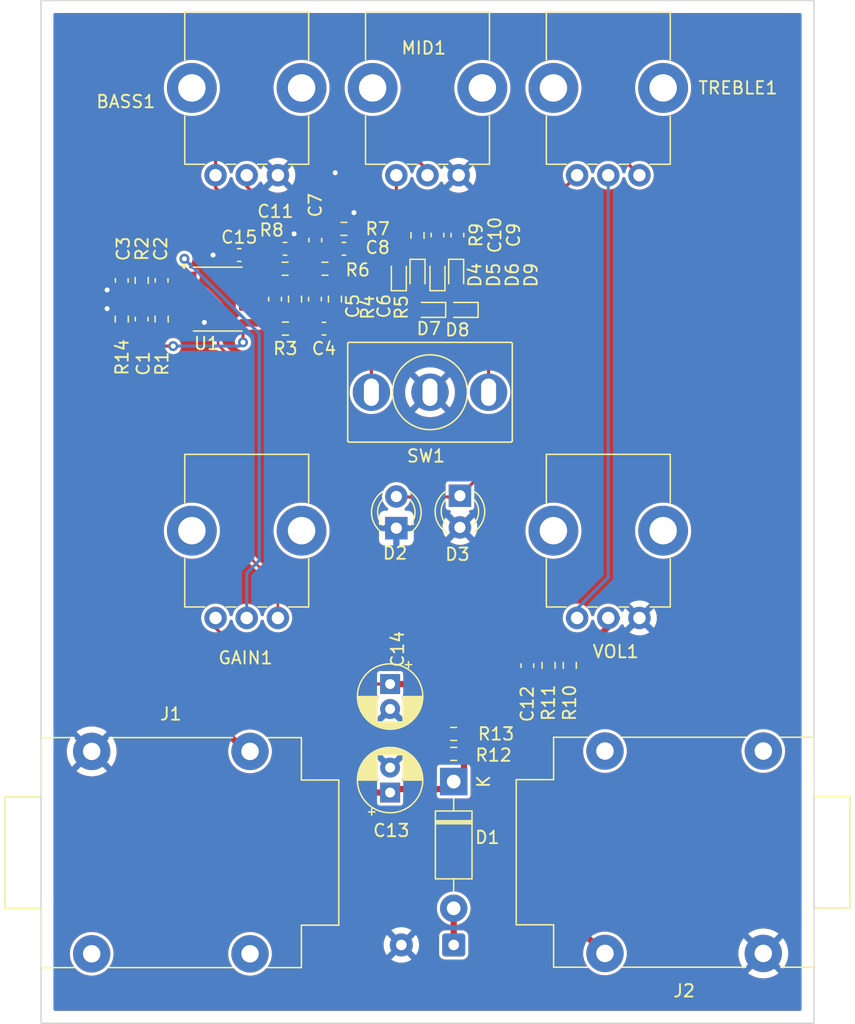
<source format=kicad_pcb>
(kicad_pcb (version 20240108) (generator "pcbnew") (generator_version "8.0")
  (layers (0 "F.Cu" signal) (31 "B.Cu" signal) (34 "B.Paste" user) (35 "F.Paste" user) (36 "B.SilkS" user "B.Silkscreen") (37 "F.SilkS" user "F.Silkscreen") (38 "B.Mask" user) (39 "F.Mask" user) (44 "Edge.Cuts" user))
  (net 0 "")
  (net 1 "Net-(BASS1-Pad2)")
  (net 2 "Net-(BASS1-Pad3)")
  (net 3 "Net-(C4-Pad2)")
  (net 4 "/OP2Out")
  (net 5 "VCC")
  (net 6 "/IN")
  (net 7 "Net-(C3-Pad2)")
  (net 8 "Net-(C10-Pad1)")
  (net 9 "Net-(C4-Pad1)")
  (net 10 "GND")
  (net 11 "Net-(C6-Pad2)")
  (net 12 "Net-(C7-Pad2)")
  (net 13 "Net-(C8-Pad1)")
  (net 14 "Net-(C10-Pad2)")
  (net 15 "VDD")
  (net 16 "/OUT")
  (net 17 "Net-(MID1-Pad3)")
  (net 18 "Net-(R10-Pad2)")
  (net 19 "Net-(TREBLE1-Pad2)")
  (net 20 "/OP1+")
  (net 21 "/OP1Out")
  (net 22 "/OP1-")
  (net 23 "/OP2-")
  (net 24 "+9V")
  (net 25 "/DIST")
  (net 26 "Net-(D4-K)")
  (net 27 "Net-(D6-K)")
  (net 28 "Net-(D7-K)")
  (net 29 "Net-(D8-K)")
  (footprint "Diode_SMD:D_SOD-523" (layer "F.Cu") (at 43.7 37 90)
    (property "Reference" "D4" (at 0 6.1 -90) (layer "F.SilkS"))
    (property "Value" "1N914WT")
    (pad "1" smd roundrect (at -0.7 0 270) (size 0.6 0.7) (layers "F.Cu" "F.Paste" "F.Mask") (net 26 "Net-(D4-K)"))
    (pad "2" smd roundrect (at 0.7 0 270) (size 0.6 0.7) (layers "F.Cu" "F.Paste" "F.Mask") (net 25 "/DIST"))
  )
  (footprint "Resistor_SMD:R_0603_1608Metric" (layer "F.Cu") (at 39.3 33.3)
    (property "Reference" "R7" (at 2.7 0 0) (layer "F.SilkS"))
    (property "Value" "680")
    (pad "1" smd roundrect (at -0.825 0) (size 0.8 0.95) (layers "F.Cu" "F.Paste" "F.Mask") (net 1 "Net-(BASS1-Pad2)"))
    (pad "2" smd roundrect (at 0.825 0) (size 0.8 0.95) (layers "F.Cu" "F.Paste" "F.Mask") (net 10 "GND"))
  )
  (footprint "Diode_THT:D_DO-41_SOD81_P10.16mm_Horizontal" (layer "F.Cu") (at 48.1 77.62 -90)
    (property "Reference" "D1" (at 4.48 -2.7 180) (layer "F.SilkS"))
    (property "Value" "1N5817")
    (fp_text user "K" (at 0 -2.4 90) (layer "F.SilkS"))
    (pad "1" thru_hole rect (at 0 0 270) (size 2.2 2.2) (drill 1.1) (layers "*.Cu" "*.Mask") (net 5 "VCC"))
    (pad "2" thru_hole oval (at 10.16 0 270) (size 2.2 2.2) (drill 1.1) (layers "*.Cu" "*.Mask") (net 24 "+9V"))
  )
  (footprint "Capacitor_SMD:C_0603_1608Metric" (layer "F.Cu") (at 46.8 33.8 90)
    (property "Reference" "C10" (at 0 4.6 -90) (layer "F.SilkS"))
    (property "Value" "10n")
    (pad "1" smd roundrect (at -0.775 0 90) (size 0.9 0.95) (layers "F.Cu" "F.Paste" "F.Mask") (net 8 "Net-(C10-Pad1)"))
    (pad "2" smd roundrect (at 0.775 0 90) (size 0.9 0.95) (layers "F.Cu" "F.Paste" "F.Mask") (net 14 "Net-(C10-Pad2)"))
  )
  (footprint "Potentiometer_THT:Potentiometer_Bourns_PTV09A-1_Single_Vertical" (layer "F.Cu") (at 48.5 29 90)
    (property "Reference" "MID1" (at 10.2 -2.8 0) (layer "F.SilkS"))
    (property "Value" "A10k")
    (pad "" np_thru_hole circle (at 7 -6.9 90) (size 4 4) (drill 2.2) (layers "F&B.Cu" "*.Mask"))
    (pad "" np_thru_hole circle (at 7 1.9 90) (size 4 4) (drill 2.2) (layers "F&B.Cu" "*.Mask"))
    (pad "1" thru_hole circle (at 0 0 90) (size 1.8 1.8) (drill 1) (layers "*.Cu" "*.Mask") (net 10 "GND"))
    (pad "2" thru_hole circle (at 0 -2.5 90) (size 1.8 1.8) (drill 1) (layers "*.Cu" "*.Mask") (net 13 "Net-(C8-Pad1)"))
    (pad "3" thru_hole circle (at 0 -5 90) (size 1.8 1.8) (drill 1) (layers "*.Cu" "*.Mask") (net 17 "Net-(MID1-Pad3)"))
  )
  (footprint "Capacitor_SMD:C_0603_1608Metric" (layer "F.Cu") (at 21.475 37.435 90)
    (property "Reference" "C3" (at 2.535 0.125 -90) (layer "F.SilkS") (effects (font (thickness 0.15) (bold yes))))
    (property "Value" "100n")
    (pad "1" smd roundrect (at -0.775 0 90) (size 0.9 0.95) (layers "F.Cu" "F.Paste" "F.Mask") (net 10 "GND"))
    (pad "2" smd roundrect (at 0.775 0 90) (size 0.9 0.95) (layers "F.Cu" "F.Paste" "F.Mask") (net 7 "Net-(C3-Pad2)"))
  )
  (footprint "Capacitor_SMD:C_0603_1608Metric" (layer "F.Cu") (at 39.3 34.9 180)
    (property "Reference" "C8" (at -2.7 0.1 180) (layer "F.SilkS"))
    (property "Value" "220n")
    (pad "1" smd roundrect (at -0.775 0 180) (size 0.9 0.95) (layers "F.Cu" "F.Paste" "F.Mask") (net 13 "Net-(C8-Pad1)"))
    (pad "2" smd roundrect (at 0.775 0 180) (size 0.9 0.95) (layers "F.Cu" "F.Paste" "F.Mask") (net 12 "Net-(C7-Pad2)"))
  )
  (footprint "Potentiometer_THT:Potentiometer_Bourns_PTV09A-1_Single_Vertical" (layer "F.Cu") (at 34 64.5 90)
    (property "Reference" "GAIN1" (at -3.2 -2.6 0) (layer "F.SilkS"))
    (property "Value" "B100k")
    (pad "" np_thru_hole circle (at 7 -6.9 90) (size 4 4) (drill 2.2) (layers "F&B.Cu" "*.Mask"))
    (pad "" np_thru_hole circle (at 7 1.9 90) (size 4 4) (drill 2.2) (layers "F&B.Cu" "*.Mask"))
    (pad "1" thru_hole circle (at 0 0 90) (size 1.8 1.8) (drill 1) (layers "*.Cu" "*.Mask") (net 22 "/OP1-"))
    (pad "2" thru_hole circle (at 0 -2.5 90) (size 1.8 1.8) (drill 1) (layers "*.Cu" "*.Mask") (net 21 "/OP1Out"))
    (pad "3" thru_hole circle (at 0 -5 90) (size 1.8 1.8) (drill 1) (layers "*.Cu" "*.Mask") (net 3 "Net-(C4-Pad2)"))
  )
  (footprint "Capacitor_SMD:C_0603_1608Metric" (layer "F.Cu") (at 37 34.2 -90)
    (property "Reference" "C7" (at -2.8 0 90) (layer "F.SilkS"))
    (property "Value" "100n")
    (pad "1" smd roundrect (at -0.775 0 270) (size 0.9 0.95) (layers "F.Cu" "F.Paste" "F.Mask") (net 1 "Net-(BASS1-Pad2)"))
    (pad "2" smd roundrect (at 0.775 0 270) (size 0.9 0.95) (layers "F.Cu" "F.Paste" "F.Mask") (net 12 "Net-(C7-Pad2)"))
  )
  (footprint "LED_THT:LED_D3.0mm" (layer "F.Cu") (at 43.5 57.3 90)
    (property "Reference" "D2" (at -2 -0.1 0) (layer "F.SilkS"))
    (property "Value" "LED_3mm")
    (pad "1" thru_hole rect (at 0 0 90) (size 1.8 1.8) (drill 0.9) (layers "*.Cu" "*.Mask") (net 10 "GND"))
    (pad "2" thru_hole circle (at 2.54 0 90) (size 1.8 1.8) (drill 0.9) (layers "*.Cu" "*.Mask") (net 25 "/DIST"))
  )
  (footprint "Capacitor_SMD:C_0603_1608Metric" (layer "F.Cu") (at 30.9 35.4)
    (property "Reference" "C15" (at 0 -1.43 0) (layer "F.SilkS"))
    (property "Value" "100n")
    (pad "1" smd roundrect (at -0.775 0) (size 0.9 0.95) (layers "F.Cu" "F.Paste" "F.Mask") (net 10 "GND"))
    (pad "2" smd roundrect (at 0.775 0) (size 0.9 0.95) (layers "F.Cu" "F.Paste" "F.Mask") (net 5 "VCC"))
  )
  (footprint "Resistor_SMD:R_0603_1608Metric" (layer "F.Cu") (at 38.575 38.935 -90)
    (property "Reference" "R5" (at 0.665 -5.325 90) (layer "F.SilkS"))
    (property "Value" "1k")
    (pad "1" smd roundrect (at -0.825 0 270) (size 0.8 0.95) (layers "F.Cu" "F.Paste" "F.Mask") (net 25 "/DIST"))
    (pad "2" smd roundrect (at 0.825 0 270) (size 0.8 0.95) (layers "F.Cu" "F.Paste" "F.Mask") (net 11 "Net-(C6-Pad2)"))
  )
  (footprint "Capacitor_THT:CP_Radial_D5.0mm_P2.00mm" (layer "F.Cu") (at 43 69.8 -90)
    (property "Reference" "C14" (at -2.8 -0.6 90) (layer "F.SilkS") (effects (font (thickness 0.15) (bold yes))))
    (property "Value" "10u")
    (pad "1" thru_hole rect (at 0 0 270) (size 1.6 1.6) (drill 0.8) (layers "*.Cu" "*.Mask") (net 15 "VDD"))
    (pad "2" thru_hole circle (at 2 0 270) (size 1.6 1.6) (drill 0.8) (layers "*.Cu" "*.Mask") (net 10 "GND"))
  )
  (footprint "Potentiometer_THT:Potentiometer_Bourns_PTV09A-1_Single_Vertical" (layer "F.Cu") (at 34 29 90)
    (property "Reference" "BASS1" (at 5.9 -12.2 0) (layer "F.SilkS"))
    (property "Value" "A10k")
    (pad "" np_thru_hole circle (at 7 -6.9 90) (size 4 4) (drill 2.2) (layers "F&B.Cu" "*.Mask"))
    (pad "" np_thru_hole circle (at 7 1.9 90) (size 4 4) (drill 2.2) (layers "F&B.Cu" "*.Mask"))
    (pad "1" thru_hole circle (at 0 0 90) (size 1.8 1.8) (drill 1) (layers "*.Cu" "*.Mask") (net 10 "GND"))
    (pad "2" thru_hole circle (at 0 -2.5 90) (size 1.8 1.8) (drill 1) (layers "*.Cu" "*.Mask") (net 1 "Net-(BASS1-Pad2)"))
    (pad "3" thru_hole circle (at 0 -5 90) (size 1.8 1.8) (drill 1) (layers "*.Cu" "*.Mask") (net 2 "Net-(BASS1-Pad3)"))
  )
  (footprint "Resistor_SMD:R_0603_1608Metric" (layer "F.Cu") (at 48.1 75.4)
    (property "Reference" "R12" (at 3.2 0.1 0) (layer "F.SilkS"))
    (property "Value" "47k")
    (pad "1" smd roundrect (at -0.825 0) (size 0.8 0.95) (layers "F.Cu" "F.Paste" "F.Mask") (net 15 "VDD"))
    (pad "2" smd roundrect (at 0.825 0) (size 0.8 0.95) (layers "F.Cu" "F.Paste" "F.Mask") (net 5 "VCC"))
  )
  (footprint "LED_THT:LED_D3.0mm" (layer "F.Cu") (at 48.6 54.7 -90)
    (property "Reference" "D3" (at 4.7 0.2 180) (layer "F.SilkS"))
    (property "Value" "LED_3mm")
    (pad "1" thru_hole rect (at 0 0 270) (size 1.8 1.8) (drill 0.9) (layers "*.Cu" "*.Mask") (net 25 "/DIST"))
    (pad "2" thru_hole circle (at 2.54 0 270) (size 1.8 1.8) (drill 0.9) (layers "*.Cu" "*.Mask") (net 10 "GND"))
  )
  (footprint "Capacitor_SMD:C_0603_1608Metric" (layer "F.Cu") (at 24.675 37.435 90)
    (property "Reference" "C2" (at 2.535 -0.075 -90) (layer "F.SilkS") (effects (font (thickness 0.15) (bold yes))))
    (property "Value" "100p")
    (pad "1" smd roundrect (at -0.775 0 90) (size 0.9 0.95) (layers "F.Cu" "F.Paste" "F.Mask") (net 22 "/OP1-"))
    (pad "2" smd roundrect (at 0.775 0 90) (size 0.9 0.95) (layers "F.Cu" "F.Paste" "F.Mask") (net 21 "/OP1Out"))
  )
  (footprint "Resistor_SMD:R_0603_1608Metric" (layer "F.Cu") (at 45.2 33.825 90)
    (property "Reference" "R9" (at 0.025 4.7 -90) (layer "F.SilkS"))
    (property "Value" "100")
    (pad "1" smd roundrect (at -0.825 0 90) (size 0.8 0.95) (layers "F.Cu" "F.Paste" "F.Mask") (net 8 "Net-(C10-Pad1)"))
    (pad "2" smd roundrect (at 0.825 0 90) (size 0.8 0.95) (layers "F.Cu" "F.Paste" "F.Mask") (net 17 "Net-(MID1-Pad3)"))
  )
  (footprint "Connector_Audio:Jack_6.35mm_Neutrik_NMJ4HCD2_Horizontal" (layer "F.Cu") (at 19.065 75.2)
    (property "Reference" "J1" (at 6.35 -3 0) (layer "F.SilkS"))
    (property "Value" "6.35mm")
    (pad "S" thru_hole circle (at 12.7 0) (size 3 3) (drill 1.4) (layers "*.Cu" "*.Mask") (net 6 "/IN"))
    (pad "SN" thru_hole circle (at 12.7 16.23) (size 3 3) (drill 1.4) (layers "*.Cu" "*.Mask"))
    (pad "T" thru_hole circle (at 0 0) (size 3 3) (drill 1.4) (layers "*.Cu" "*.Mask") (net 10 "GND"))
    (pad "TN" thru_hole circle (at 0 16.23) (size 3 3) (drill 1.4) (layers "*.Cu" "*.Mask"))
  )
  (footprint "Resistor_SMD:R_0603_1608Metric" (layer "F.Cu") (at 24.675 40.535 -90)
    (property "Reference" "R1" (at 3.565 -0.025 90) (layer "F.SilkS"))
    (property "Value" "1M")
    (pad "1" smd roundrect (at -0.825 0 270) (size 0.8 0.95) (layers "F.Cu" "F.Paste" "F.Mask") (net 20 "/OP1+"))
    (pad "2" smd roundrect (at 0.825 0 270) (size 0.8 0.95) (layers "F.Cu" "F.Paste" "F.Mask") (net 15 "VDD"))
  )
  (footprint "PCM_4ms_Switch:Switch_Toggle_SPDT_Mini_SolderLug" (layer "F.Cu") (at 46.2 46.4 90)
    (property "Reference" "SW1" (at -5.7 1.3 0) (layer "F.SilkS") (effects (justify right bottom)))
    (property "Value" "SW_SPDT" (hide yes))
    (pad "1" thru_hole circle (at 0 -4.7 90) (size 3 3) (drill oval 2.2 1.2) (layers "*.Cu" "*.Mask") (net 26 "Net-(D4-K)"))
    (pad "2" thru_hole circle (at 0 0 90) (size 3 3) (drill oval 2.2 1.2) (layers "*.Cu" "*.Mask") (net 10 "GND"))
    (pad "3" thru_hole circle (at 0 4.7 90) (size 3 3) (drill oval 2.2 1.2) (layers "*.Cu" "*.Mask") (net 28 "Net-(D7-K)"))
  )
  (footprint "Potentiometer_THT:Potentiometer_Bourns_PTV09A-1_Single_Vertical" (layer "F.Cu") (at 63 29 90)
    (property "Reference" "TREBLE1" (at 7 7.9 0) (layer "F.SilkS"))
    (property "Value" "B10k")
    (pad "" np_thru_hole circle (at 7 -6.9 90) (size 4 4) (drill 2.2) (layers "F&B.Cu" "*.Mask"))
    (pad "" np_thru_hole circle (at 7 1.9 90) (size 4 4) (drill 2.2) (layers "F&B.Cu" "*.Mask"))
    (pad "1" thru_hole circle (at 0 0 90) (size 1.8 1.8) (drill 1) (layers "*.Cu" "*.Mask") (net 2 "Net-(BASS1-Pad3)"))
    (pad "2" thru_hole circle (at 0 -2.5 90) (size 1.8 1.8) (drill 1) (layers "*.Cu" "*.Mask") (net 19 "Net-(TREBLE1-Pad2)"))
    (pad "3" thru_hole circle (at 0 -5 90) (size 1.8 1.8) (drill 1) (layers "*.Cu" "*.Mask") (net 14 "Net-(C10-Pad2)"))
  )
  (footprint "Capacitor_THT:CP_Radial_D5.0mm_P2.00mm" (layer "F.Cu") (at 43 78.5 90)
    (property "Reference" "C13" (at -3.044888 0.1 0) (layer "F.SilkS"))
    (property "Value" "100u")
    (pad "1" thru_hole rect (at 0 0 90) (size 1.6 1.6) (drill 0.8) (layers "*.Cu" "*.Mask") (net 5 "VCC"))
    (pad "2" thru_hole circle (at 2 0 90) (size 1.6 1.6) (drill 0.8) (layers "*.Cu" "*.Mask") (net 10 "GND"))
  )
  (footprint "Resistor_SMD:R_0603_1608Metric" (layer "F.Cu") (at 57.4125 68.3 90)
    (property "Reference" "R10" (at -3 -0.0125 -90) (layer "F.SilkS"))
    (property "Value" "22k")
    (pad "1" smd roundrect (at -0.825 0 90) (size 0.8 0.95) (layers "F.Cu" "F.Paste" "F.Mask") (net 16 "/OUT"))
    (pad "2" smd roundrect (at 0.825 0 90) (size 0.8 0.95) (layers "F.Cu" "F.Paste" "F.Mask") (net 18 "Net-(R10-Pad2)"))
  )
  (footprint "Diode_SMD:D_SOD-523" (layer "F.Cu") (at 46.2 39.8 180)
    (property "Reference" "D7" (at 0.1 -1.5 180) (layer "F.SilkS"))
    (property "Value" "1N914WT")
    (pad "1" smd roundrect (at -0.7 0) (size 0.6 0.7) (layers "F.Cu" "F.Paste" "F.Mask") (net 28 "Net-(D7-K)"))
    (pad "2" smd roundrect (at 0.7 0) (size 0.6 0.7) (layers "F.Cu" "F.Paste" "F.Mask") (net 27 "Net-(D6-K)"))
  )
  (footprint "Resistor_SMD:R_0603_1608Metric" (layer "F.Cu") (at 23.075 37.435 90)
    (property "Reference" "R2" (at 2.535 0.025 -90) (layer "F.SilkS"))
    (property "Value" "100k")
    (pad "1" smd roundrect (at -0.825 0 90) (size 0.8 0.95) (layers "F.Cu" "F.Paste" "F.Mask") (net 22 "/OP1-"))
    (pad "2" smd roundrect (at 0.825 0 90) (size 0.8 0.95) (layers "F.Cu" "F.Paste" "F.Mask") (net 7 "Net-(C3-Pad2)"))
  )
  (footprint "Resistor_SMD:R_0603_1608Metric" (layer "F.Cu") (at 37.775 36.5 180)
    (property "Reference" "R6" (at -2.625 -0.1 180) (layer "F.SilkS"))
    (property "Value" "1k5")
    (pad "1" smd roundrect (at -0.825 0 180) (size 0.8 0.95) (layers "F.Cu" "F.Paste" "F.Mask") (net 25 "/DIST"))
    (pad "2" smd roundrect (at 0.825 0 180) (size 0.8 0.95) (layers "F.Cu" "F.Paste" "F.Mask") (net 12 "Net-(C7-Pad2)"))
  )
  (footprint "Capacitor_SMD:C_0603_1608Metric" (layer "F.Cu") (at 34.575 34.9 180)
    (property "Reference" "C11" (at 0.775 3 180) (layer "F.SilkS"))
    (property "Value" "68n")
    (pad "1" smd roundrect (at -0.775 0 180) (size 0.9 0.95) (layers "F.Cu" "F.Paste" "F.Mask") (net 10 "GND"))
    (pad "2" smd roundrect (at 0.775 0 180) (size 0.9 0.95) (layers "F.Cu" "F.Paste" "F.Mask") (net 2 "Net-(BASS1-Pad3)"))
  )
  (footprint "Connector_Audio:Jack_6.35mm_Neutrik_NMJ4HCD2_Horizontal" (layer "F.Cu") (at 72.935 91.4 180)
    (property "Reference" "J2" (at 6.35 -3 180) (layer "F.SilkS"))
    (property "Value" "6.35mm")
    (pad "S" thru_hole circle (at 12.7 0 180) (size 3 3) (drill 1.4) (layers "*.Cu" "*.Mask") (net 16 "/OUT"))
    (pad "SN" thru_hole circle (at 12.7 16.23 180) (size 3 3) (drill 1.4) (layers "*.Cu" "*.Mask"))
    (pad "T" thru_hole circle (at 0 0 180) (size 3 3) (drill 1.4) (layers "*.Cu" "*.Mask") (net 10 "GND"))
    (pad "TN" thru_hole circle (at 0 16.23 180) (size 3 3) (drill 1.4) (layers "*.Cu" "*.Mask"))
  )
  (footprint "Diode_SMD:D_SOD-523" (layer "F.Cu") (at 48.3 37 -90)
    (property "Reference" "D9" (at 0 -6 90) (layer "F.SilkS"))
    (property "Value" "1N914WT")
    (pad "1" smd roundrect (at -0.7 0 90) (size 0.6 0.7) (layers "F.Cu" "F.Paste" "F.Mask") (net 25 "/DIST"))
    (pad "2" smd roundrect (at 0.7 0 90) (size 0.6 0.7) (layers "F.Cu" "F.Paste" "F.Mask") (net 29 "Net-(D8-K)"))
  )
  (footprint "Resistor_SMD:R_0603_1608Metric" (layer "F.Cu") (at 48.1 73.8)
    (property "Reference" "R13" (at 3.4 0 0) (layer "F.SilkS"))
    (property "Value" "47k")
    (pad "1" smd roundrect (at -0.825 0) (size 0.8 0.95) (layers "F.Cu" "F.Paste" "F.Mask") (net 15 "VDD"))
    (pad "2" smd roundrect (at 0.825 0) (size 0.8 0.95) (layers "F.Cu" "F.Paste" "F.Mask") (net 10 "GND"))
  )
  (footprint "Resistor_SMD:R_0603_1608Metric" (layer "F.Cu") (at 55.7125 68.3 90)
    (property "Reference" "R11" (at -3 -0.0125 -90) (layer "F.SilkS"))
    (property "Value" "1M")
    (pad "1" smd roundrect (at -0.825 0 90) (size 0.8 0.95) (layers "F.Cu" "F.Paste" "F.Mask") (net 16 "/OUT"))
    (pad "2" smd roundrect (at 0.825 0 90) (size 0.8 0.95) (layers "F.Cu" "F.Paste" "F.Mask") (net 10 "GND"))
  )
  (footprint "Diode_SMD:D_SOD-523" (layer "F.Cu") (at 46.8 37 90)
    (property "Reference" "D6" (at 0 6 -90) (layer "F.SilkS"))
    (property "Value" "1N914WT")
    (pad "1" smd roundrect (at -0.7 0 270) (size 0.6 0.7) (layers "F.Cu" "F.Paste" "F.Mask") (net 27 "Net-(D6-K)"))
    (pad "2" smd roundrect (at 0.7 0 270) (size 0.6 0.7) (layers "F.Cu" "F.Paste" "F.Mask") (net 25 "/DIST"))
  )
  (footprint "Resistor_SMD:R_0603_1608Metric" (layer "F.Cu") (at 34.6 41.3)
    (property "Reference" "R3" (at 0 1.6 0) (layer "F.SilkS"))
    (property "Value" "10k")
    (pad "1" smd roundrect (at -0.825 0) (size 0.8 0.95) (layers "F.Cu" "F.Paste" "F.Mask") (net 23 "/OP2-"))
    (pad "2" smd roundrect (at 0.825 0) (size 0.8 0.95) (layers "F.Cu" "F.Paste" "F.Mask") (net 9 "Net-(C4-Pad1)"))
  )
  (footprint "Capacitor_SMD:C_0603_1608Metric" (layer "F.Cu") (at 37.7 41.3)
    (property "Reference" "C4" (at 0 1.6 0) (layer "F.SilkS"))
    (property "Value" "68n")
    (pad "1" smd roundrect (at -0.775 0) (size 0.9 0.95) (layers "F.Cu" "F.Paste" "F.Mask") (net 9 "Net-(C4-Pad1)"))
    (pad "2" smd roundrect (at 0.775 0) (size 0.9 0.95) (layers "F.Cu" "F.Paste" "F.Mask") (net 3 "Net-(C4-Pad2)"))
  )
  (footprint "Resistor_SMD:R_0603_1608Metric" (layer "F.Cu") (at 34.575 36.5 180)
    (property "Reference" "R8" (at 1.075 3.1 180) (layer "F.SilkS"))
    (property "Value" "680")
    (pad "1" smd roundrect (at -0.825 0 180) (size 0.8 0.95) (layers "F.Cu" "F.Paste" "F.Mask") (net 12 "Net-(C7-Pad2)"))
    (pad "2" smd roundrect (at 0.825 0 180) (size 0.8 0.95) (layers "F.Cu" "F.Paste" "F.Mask") (net 2 "Net-(BASS1-Pad3)"))
  )
  (footprint "Diode_SMD:D_SOD-523" (layer "F.Cu") (at 45.2 37 -90)
    (property "Reference" "D5" (at 0 -6.1 90) (layer "F.SilkS"))
    (property "Value" "1N914WT")
    (pad "1" smd roundrect (at -0.7 0 90) (size 0.6 0.7) (layers "F.Cu" "F.Paste" "F.Mask") (net 25 "/DIST"))
    (pad "2" smd roundrect (at 0.7 0 90) (size 0.6 0.7) (layers "F.Cu" "F.Paste" "F.Mask") (net 26 "Net-(D4-K)"))
  )
  (footprint "Capacitor_SMD:C_0603_1608Metric" (layer "F.Cu") (at 54.0125 68.325 -90)
    (property "Reference" "C12" (at 3.075 0.0125 90) (layer "F.SilkS") (effects (font (thickness 0.15) (bold yes))))
    (property "Value" "47p")
    (pad "1" smd roundrect (at -0.775 0 270) (size 0.9 0.95) (layers "F.Cu" "F.Paste" "F.Mask") (net 10 "GND"))
    (pad "2" smd roundrect (at 0.775 0 270) (size 0.9 0.95) (layers "F.Cu" "F.Paste" "F.Mask") (net 16 "/OUT"))
  )
  (footprint "Resistor_SMD:R_0603_1608Metric" (layer "F.Cu") (at 35.375 38.935 90)
    (property "Reference" "R4" (at -0.665 5.825 -90) (layer "F.SilkS"))
    (property "Value" "680k")
    (pad "1" smd roundrect (at -0.825 0 90) (size 0.8 0.95) (layers "F.Cu" "F.Paste" "F.Mask") (net 23 "/OP2-"))
    (pad "2" smd roundrect (at 0.825 0 90) (size 0.8 0.95) (layers "F.Cu" "F.Paste" "F.Mask") (net 4 "/OP2Out"))
  )
  (footprint "Resistor_SMD:R_0603_1608Metric" (layer "F.Cu") (at 21.475 40.535 -90)
    (property "Reference" "R14" (at 3.065 -0.025 90) (layer "F.SilkS"))
    (property "Value" "2M")
    (pad "1" smd roundrect (at -0.825 0 270) (size 0.8 0.95) (layers "F.Cu" "F.Paste" "F.Mask") (net 10 "GND"))
    (pad "2" smd roundrect (at 0.825 0 270) (size 0.8 0.95) (layers "F.Cu" "F.Paste" "F.Mask") (net 6 "/IN"))
  )
  (footprint "Capacitor_SMD:C_0603_1608Metric" (layer "F.Cu") (at 23.075 40.535 90)
    (property "Reference" "C1" (at -3.565 0.125 -90) (layer "F.SilkS"))
    (property "Value" "10n")
    (pad "1" smd roundrect (at -0.775 0 90) (size 0.9 0.95) (layers "F.Cu" "F.Paste" "F.Mask") (net 6 "/IN"))
    (pad "2" smd roundrect (at 0.775 0 90) (size 0.9 0.95) (layers "F.Cu" "F.Paste" "F.Mask") (net 20 "/OP1+"))
  )
  (footprint "Capacitor_SMD:C_0603_1608Metric" (layer "F.Cu") (at 33.775 38.935 90)
    (property "Reference" "C5" (at -0.565 6.225 -90) (layer "F.SilkS"))
    (property "Value" "220p")
    (pad "1" smd roundrect (at -0.775 0 90) (size 0.9 0.95) (layers "F.Cu" "F.Paste" "F.Mask") (net 23 "/OP2-"))
    (pad "2" smd roundrect (at 0.775 0 90) (size 0.9 0.95) (layers "F.Cu" "F.Paste" "F.Mask") (net 4 "/OP2Out"))
  )
  (footprint "Connector_Wire:SolderWire-0.25sqmm_1x02_P4.2mm_D0.65mm_OD1.7mm" (layer "F.Cu") (at 48.1 90.72 180)
    (property "Reference" "J3" (hide yes))
    (property "Value" "PWR")
    (pad "1" thru_hole roundrect (at 0 0 180) (size 1.85 1.85) (drill 0.85) (layers "*.Cu" "*.Mask") (roundrect_rratio 0.135135) (net 24 "+9V"))
    (pad "2" thru_hole circle (at 4.2 0 180) (size 1.85 1.85) (drill 0.85) (layers "*.Cu" "*.Mask") (net 10 "GND"))
  )
  (footprint "Capacitor_SMD:C_0603_1608Metric" (layer "F.Cu") (at 48.4 33.8 90)
    (property "Reference" "C9" (at 0 4.5 -90) (layer "F.SilkS"))
    (property "Value" "4n7")
    (pad "1" smd roundrect (at -0.775 0 90) (size 0.9 0.95) (layers "F.Cu" "F.Paste" "F.Mask") (net 25 "/DIST"))
    (pad "2" smd roundrect (at 0.775 0 90) (size 0.9 0.95) (layers "F.Cu" "F.Paste" "F.Mask") (net 14 "Net-(C10-Pad2)"))
  )
  (footprint "Diode_SMD:D_SOD-523" (layer "F.Cu") (at 48.8 39.8 180)
    (property "Reference" "D8" (at 0.4 -1.6 180) (layer "F.SilkS"))
    (property "Value" "1N914WT")
    (pad "1" smd roundrect (at -0.7 0) (size 0.6 0.7) (layers "F.Cu" "F.Paste" "F.Mask") (net 29 "Net-(D8-K)"))
    (pad "2" smd roundrect (at 0.7 0) (size 0.6 0.7) (layers "F.Cu" "F.Paste" "F.Mask") (net 28 "Net-(D7-K)"))
  )
  (footprint "Capacitor_SMD:C_0603_1608Metric" (layer "F.Cu") (at 36.975 38.935 -90)
    (property "Reference" "C6" (at 0.565 -5.525 90) (layer "F.SilkS"))
    (property "Value" "220n")
    (pad "1" smd roundrect (at -0.775 0 270) (size 0.9 0.95) (layers "F.Cu" "F.Paste" "F.Mask") (net 4 "/OP2Out"))
    (pad "2" smd roundrect (at 0.775 0 270) (size 0.9 0.95) (layers "F.Cu" "F.Paste" "F.Mask") (net 11 "Net-(C6-Pad2)"))
  )
  (footprint "Potentiometer_THT:Potentiometer_Bourns_PTV09A-1_Single_Vertical" (layer "F.Cu") (at 63 64.5 90)
    (property "Reference" "VOL1" (at -2.7 -1.9 0) (layer "F.SilkS"))
    (property "Value" "B100k")
    (pad "" np_thru_hole circle (at 7 -6.9 90) (size 4 4) (drill 2.2) (layers "F&B.Cu" "*.Mask"))
    (pad "" np_thru_hole circle (at 7 1.9 90) (size 4 4) (drill 2.2) (layers "F&B.Cu" "*.Mask"))
    (pad "1" thru_hole circle (at 0 0 90) (size 1.8 1.8) (drill 1) (layers "*.Cu" "*.Mask") (net 10 "GND"))
    (pad "2" thru_hole circle (at 0 -2.5 90) (size 1.8 1.8) (drill 1) (layers "*.Cu" "*.Mask") (net 18 "Net-(R10-Pad2)"))
    (pad "3" thru_hole circle (at 0 -5 90) (size 1.8 1.8) (drill 1) (layers "*.Cu" "*.Mask") (net 19 "Net-(TREBLE1-Pad2)"))
  )
  (footprint "Package_SO:SO-8_3.9x4.9mm_P1.27mm" (layer "F.Cu") (at 29.175 38.935)
    (property "Reference" "U1" (at -0.9 3.555 0) (layer "F.SilkS"))
    (property "Value" "TL072")
    (pad "1" smd roundrect (at -2.575 -1.905) (size 1.75 0.6) (layers "F.Cu" "F.Paste" "F.Mask") (net 21 "/OP1Out"))
    (pad "2" smd roundrect (at -2.575 -0.635) (size 1.75 0.6) (layers "F.Cu" "F.Paste" "F.Mask") (net 22 "/OP1-"))
    (pad "3" smd roundrect (at -2.575 0.635) (size 1.75 0.6) (layers "F.Cu" "F.Paste" "F.Mask") (net 20 "/OP1+"))
    (pad "4" smd roundrect (at -2.575 1.905) (size 1.75 0.6) (layers "F.Cu" "F.Paste" "F.Mask") (net 10 "GND"))
    (pad "5" smd roundrect (at 2.575 1.905) (size 1.75 0.6) (layers "F.Cu" "F.Paste" "F.Mask") (net 15 "VDD"))
    (pad "6" smd roundrect (at 2.575 0.635) (size 1.75 0.6) (layers "F.Cu" "F.Paste" "F.Mask") (net 23 "/OP2-"))
    (pad "7" smd roundrect (at 2.575 -0.635) (size 1.75 0.6) (layers "F.Cu" "F.Paste" "F.Mask") (net 4 "/OP2Out"))
    (pad "8" smd roundrect (at 2.575 -1.905) (size 1.75 0.6) (layers "F.Cu" "F.Paste" "F.Mask") (net 5 "VCC"))
  )
  (gr_rect (start 15 15) (end 77 97) (stroke (width 0.1)) (fill none) (layer "Edge.Cuts"))
  (segment (start 37.075 33.5) (end 37 33.425) (width 0.25) (layer "F.Cu") (net 1))
  (segment (start 31.5 29) (end 31.5 29.9) (width 0.25) (layer "F.Cu") (net 1))
  (segment (start 38.475 33.5) (end 37.075 33.5) (width 0.25) (layer "F.Cu") (net 1))
  (segment (start 31.5 29.9) (end 33 31.4) (width 0.25) (layer "F.Cu") (net 1))
  (segment (start 37 32.7) (end 37 33.425) (width 0.25) (layer "F.Cu") (net 1))
  (segment (start 33 31.4) (end 35.7 31.4) (width 0.25) (layer "F.Cu") (net 1))
  (segment (start 35.7 31.4) (end 37 32.7) (width 0.25) (layer "F.Cu") (net 1))
  (segment (start 33.75 36.5) (end 33.75 34.95) (width 0.25) (layer "F.Cu") (net 2))
  (segment (start 29 30) (end 33.8 34.8) (width 0.25) (layer "F.Cu") (net 2))
  (segment (start 31.6 25.2) (end 59.2 25.2) (width 0.25) (layer "F.Cu") (net 2))
  (segment (start 29 27.8) (end 31.6 25.2) (width 0.25) (layer "F.Cu") (net 2))
  (segment (start 33.75 34.95) (end 33.8 34.9) (width 0.25) (layer "F.Cu") (net 2))
  (segment (start 29 29) (end 29 30) (width 0.25) (layer "F.Cu") (net 2))
  (segment (start 59.2 25.2) (end 62.8 28.8) (width 0.25) (layer "F.Cu") (net 2))
  (segment (start 33.8 34.8) (end 33.8 34.9) (width 0.25) (layer "F.Cu") (net 2))
  (segment (start 29 29) (end 29 27.8) (width 0.25) (layer "F.Cu") (net 2))
  (segment (start 29 64.5) (end 29 65.3) (width 0.25) (layer "F.Cu") (net 3))
  (segment (start 37 66.8) (end 39.5 64.3) (width 0.25) (layer "F.Cu") (net 3))
  (segment (start 39.5 64.3) (end 39.5 52.896396) (width 0.25) (layer "F.Cu") (net 3))
  (segment (start 39.5 52.896396) (end 38.475 51.871396) (width 0.25) (layer "F.Cu") (net 3))
  (segment (start 30.5 66.8) (end 37 66.8) (width 0.25) (layer "F.Cu") (net 3))
  (segment (start 38.475 51.871396) (end 38.475 41.3) (width 0.25) (layer "F.Cu") (net 3))
  (segment (start 29 65.3) (end 30.5 66.8) (width 0.25) (layer "F.Cu") (net 3))
  (segment (start 36.925 38.11) (end 36.975 38.16) (width 0.25) (layer "F.Cu") (net 4))
  (segment (start 31.75 38.3) (end 35.185 38.3) (width 0.25) (layer "F.Cu") (net 4))
  (segment (start 35.185 38.3) (end 35.375 38.11) (width 0.25) (layer "F.Cu") (net 4))
  (segment (start 35.375 38.11) (end 36.925 38.11) (width 0.25) (layer "F.Cu") (net 4))
  (segment (start 30.1 33.4) (end 31.675 34.975) (width 0.5) (layer "F.Cu") (net 5))
  (segment (start 31.675 36.955) (end 31.75 37.03) (width 0.5) (layer "F.Cu") (net 5))
  (segment (start 47.52 78.22) (end 42.744888 78.22) (width 0.5) (layer "F.Cu") (net 5))
  (segment (start 42.5 78.464888) (end 42.464888 78.5) (width 0.5) (layer "F.Cu") (net 5))
  (segment (start 48.925 76.795) (end 48.1 77.62) (width 0.5) (layer "F.Cu") (net 5))
  (segment (start 20.6 33.4) (end 30.1 33.4) (width 0.5) (layer "F.Cu") (net 5))
  (segment (start 42.744888 78.22) (end 42.5 78.464888) (width 0.5) (layer "F.Cu") (net 5))
  (segment (start 28.7 78.5) (end 19 68.8) (width 0.5) (layer "F.Cu") (net 5))
  (segment (start 48.925 75.4) (end 48.925 76.795) (width 0.5) (layer "F.Cu") (net 5))
  (segment (start 31.675 35.4) (end 31.675 36.955) (width 0.5) (layer "F.Cu") (net 5))
  (segment (start 42.164888 78.5) (end 28.7 78.5) (width 0.5) (layer "F.Cu") (net 5))
  (segment (start 48.125 77.615) (end 48.1 77.64) (width 0.5) (layer "F.Cu") (net 5))
  (segment (start 19 35) (end 20.6 33.4) (width 0.5) (layer "F.Cu") (net 5))
  (segment (start 48.1 77.64) (end 47.52 78.22) (width 0.5) (layer "F.Cu") (net 5))
  (segment (start 31.675 34.975) (end 31.675 35.4) (width 0.5) (layer "F.Cu") (net 5))
  (segment (start 19 68.8) (end 19 35) (width 0.5) (layer "F.Cu") (net 5))
  (segment (start 23.025 41.36) (end 23.075 41.31) (width 0.25) (layer "F.Cu") (net 6))
  (segment (start 21.5 41.385) (end 21.475 41.36) (width 0.25) (layer "F.Cu") (net 6))
  (segment (start 31.365 75.165) (end 21.5 65.3) (width 0.5) (layer "F.Cu") (net 6))
  (segment (start 21.475 41.36) (end 23.025 41.36) (width 0.25) (layer "F.Cu") (net 6))
  (segment (start 31.365 75.2) (end 31.365 75.165) (width 0.25) (layer "F.Cu") (net 6))
  (segment (start 21.5 65.3) (end 21.5 41.385) (width 0.5) (layer "F.Cu") (net 6))
  (segment (start 21.475 36.66) (end 23.025 36.66) (width 0.25) (layer "F.Cu") (net 7))
  (segment (start 23.025 36.66) (end 23.075 36.61) (width 0.25) (layer "F.Cu") (net 7))
  (segment (start 45.275 34.575) (end 45.2 34.65) (width 0.25) (layer "F.Cu") (net 8))
  (segment (start 46.8 34.575) (end 45.275 34.575) (width 0.25) (layer "F.Cu") (net 8))
  (segment (start 35.525 41.3) (end 35.425 41.2) (width 0.25) (layer "F.Cu") (net 9))
  (segment (start 35.375 41.35) (end 35.4 41.375) (width 0.25) (layer "F.Cu") (net 9))
  (segment (start 36.925 41.3) (end 35.525 41.3) (width 0.25) (layer "F.Cu") (net 9))
  (via (at 20.3 38.2) (size 0.8) (drill 0.4) (layers "F.Cu" "B.Cu") (net 10))
  (via (at 40.1 32) (size 0.8) (drill 0.4) (layers "F.Cu" "B.Cu") (net 10))
  (via (at 20.3 39.7) (size 0.8) (drill 0.4) (layers "F.Cu" "B.Cu") (net 10))
  (via (at 28.1 40.8) (size 0.8) (drill 0.4) (layers "F.Cu" "B.Cu") (net 10))
  (via (at 28.8 35.4) (size 0.8) (drill 0.4) (layers "F.Cu" "B.Cu") (net 10))
  (via (at 38.6 28.8) (size 0.8) (drill 0.4) (layers "F.Cu" "B.Cu") (net 10))
  (via (at 35.3 33.7) (size 0.8) (drill 0.4) (layers "F.Cu" "B.Cu") (net 10))
  (segment (start 38.525 39.71) (end 38.575 39.76) (width 0.25) (layer "F.Cu") (net 11))
  (segment (start 36.975 39.71) (end 38.525 39.71) (width 0.25) (layer "F.Cu") (net 11))
  (segment (start 36.95 36.5) (end 35.4 36.5) (width 0.25) (layer "F.Cu") (net 12))
  (segment (start 38.45 34.975) (end 38.525 34.9) (width 0.25) (layer "F.Cu") (net 12))
  (segment (start 37 36.45) (end 36.95 36.5) (width 0.25) (layer "F.Cu") (net 12))
  (segment (start 37 34.975) (end 37 36.45) (width 0.25) (layer "F.Cu") (net 12))
  (segment (start 37 34.975) (end 38.45 34.975) (width 0.25) (layer "F.Cu") (net 12))
  (segment (start 44.4 27) (end 46 28.6) (width 0.25) (layer "F.Cu") (net 13))
  (segment (start 40.075 34.9) (end 41.1 34.9) (width 0.25) (layer "F.Cu") (net 13))
  (segment (start 41.6 34.4) (end 41.6 28.1) (width 0.25) (layer "F.Cu") (net 13))
  (segment (start 41.1 34.9) (end 41.6 34.4) (width 0.25) (layer "F.Cu") (net 13))
  (segment (start 42.7 27) (end 44.4 27) (width 0.25) (layer "F.Cu") (net 13))
  (segment (start 41.6 28.1) (end 42.7 27) (width 0.25) (layer "F.Cu") (net 13))
  (segment (start 46 28.6) (end 46 29) (width 0.25) (layer "F.Cu") (net 13))
  (segment (start 53.975 33.025) (end 58 29) (width 0.25) (layer "F.Cu") (net 14))
  (segment (start 48.4 33.025) (end 46.8 33.025) (width 0.25) (layer "F.Cu") (net 14))
  (segment (start 48.4 33.025) (end 53.975 33.025) (width 0.25) (layer "F.Cu") (net 14))
  (segment (start 43 69.8) (end 30 69.8) (width 0.25) (layer "F.Cu") (net 15))
  (segment (start 47.275 75.4) (end 47.275 73.8) (width 0.5) (layer "F.Cu") (net 15))
  (segment (start 45.6 69.8) (end 47.275 71.475) (width 0.5) (layer "F.Cu") (net 15))
  (segment (start 24.7 41.4) (end 24.675 41.375) (width 0.25) (layer "F.Cu") (net 15))
  (segment (start 24.675 42.7) (end 24.675 41.425) (width 0.25) (layer "F.Cu") (net 15))
  (segment (start 31.2 42.4) (end 31.2 40.8) (width 0.25) (layer "F.Cu") (net 15))
  (segment (start 24.675 41.425) (end 24.7 41.4) (width 0.25) (layer "F.Cu") (net 15))
  (segment (start 24.675 41.375) (end 24.675 41.36) (width 0.25) (layer "F.Cu") (net 15))
  (segment (start 30 69.8) (end 23.8 63.6) (width 0.25) (layer "F.Cu") (net 15))
  (segment (start 23.8 43.575) (end 24.675 42.7) (width 0.25) (layer "F.Cu") (net 15))
  (segment (start 43 69.8) (end 45.6 69.8) (width 0.5) (layer "F.Cu") (net 15))
  (segment (start 25.6 42.7) (end 24.675 42.7) (width 0.25) (layer "F.Cu") (net 15))
  (segment (start 23.8 63.6) (end 23.8 43.575) (width 0.25) (layer "F.Cu") (net 15))
  (segment (start 47.275 71.475) (end 47.275 73.8) (width 0.5) (layer "F.Cu") (net 15))
  (via (at 31.2 42.4) (size 0.8) (drill 0.4) (layers "F.Cu" "B.Cu") (net 15))
  (via (at 25.6 42.7) (size 0.8) (drill 0.4) (layers "F.Cu" "B.Cu") (net 15))
  (segment (start 30.9 42.7) (end 31.2 42.4) (width 0.25) (layer "B.Cu") (net 15))
  (segment (start 25.6 42.7) (end 30.9 42.7) (width 0.25) (layer "B.Cu") (net 15))
  (segment (start 60.135 91.4) (end 54.0125 85.2775) (width 0.5) (layer "F.Cu") (net 16))
  (segment (start 54.0125 85.2775) (end 54.0125 69.1) (width 0.5) (layer "F.Cu") (net 16))
  (segment (start 57.3875 69.1) (end 57.4125 69.125) (width 0.25) (layer "F.Cu") (net 16))
  (segment (start 54.0125 69.1) (end 57.3875 69.1) (width 0.25) (layer "F.Cu") (net 16))
  (segment (start 43.5 29.4) (end 43.5 29) (width 0.25) (layer "F.Cu") (net 17))
  (segment (start 45.2 33) (end 45.2 32.3) (width 0.25) (layer "F.Cu") (net 17))
  (segment (start 43.5 30.6) (end 43.5 29) (width 0.25) (layer "F.Cu") (net 17))
  (segment (start 45.2 32.3) (end 43.5 30.6) (width 0.25) (layer "F.Cu") (net 17))
  (segment (start 57.4125 67.475) (end 58.225 67.475) (width 0.5) (layer "F.Cu") (net 18))
  (segment (start 58.225 67.475) (end 61.2 64.5) (width 0.5) (layer "F.Cu") (net 18))
  (segment (start 60.5 29.5) (end 60.5 61.25) (width 0.25) (layer "B.Cu") (net 19))
  (segment (start 60.5 61.25) (end 58 63.75) (width 0.25) (layer "B.Cu") (net 19))
  (segment (start 58 63.75) (end 58 64.5) (width 0.25) (layer "B.Cu") (net 19))
  (segment (start 23.125 39.71) (end 23.075 39.76) (width 0.2) (layer "F.Cu") (net 20))
  (segment (start 24.675 39.71) (end 26.46 39.71) (width 0.2) (layer "F.Cu") (net 20))
  (segment (start 26.46 39.71) (end 26.6 39.57) (width 0.2) (layer "F.Cu") (net 20))
  (segment (start 24.675 39.71) (end 23.125 39.71) (width 0.2) (layer "F.Cu") (net 20))
  (segment (start 24.915 36.9) (end 24.675 36.66) (width 0.25) (layer "F.Cu") (net 21))
  (segment (start 26.5 36.93) (end 26.6 37.03) (width 0.25) (layer "F.Cu") (net 21))
  (segment (start 26.47 36.9) (end 24.915 36.9) (width 0.25) (layer "F.Cu") (net 21))
  (segment (start 26.5 35.7) (end 26.5 36.93) (width 0.25) (layer "F.Cu") (net 21))
  (segment (start 26.6 37.03) (end 26.47 36.9) (width 0.25) (layer "F.Cu") (net 21))
  (via (at 26.5 35.7) (size 0.8) (drill 0.4) (layers "F.Cu" "B.Cu") (net 21))
  (segment (start 32.5 41.7) (end 26.5 35.7) (width 0.25) (layer "B.Cu") (net 21))
  (segment (start 32.5 59.9) (end 32.5 41.7) (width 0.25) (layer "B.Cu") (net 21))
  (segment (start 31.5 64.5) (end 31.5 60.9) (width 0.25) (layer "B.Cu") (net 21))
  (segment (start 31.5 60.9) (end 32.5 59.9) (width 0.25) (layer "B.Cu") (net 21))
  (segment (start 29.2 42.6) (end 29.2 39.4) (width 0.2) (layer "F.Cu") (net 22))
  (segment (start 34 61.9) (end 30.7 58.6) (width 0.2) (layer "F.Cu") (net 22))
  (segment (start 34 64.5) (end 34 61.9) (width 0.2) (layer "F.Cu") (net 22))
  (segment (start 23.075 38.26) (end 26.56 38.26) (width 0.2) (layer "F.Cu") (net 22))
  (segment (start 26.56 38.26) (end 26.6 38.3) (width 0.2) (layer "F.Cu") (net 22))
  (segment (start 28.1 38.3) (end 26.6 38.3) (width 0.2) (layer "F.Cu") (net 22))
  (segment (start 30.7 58.6) (end 30.7 44.1) (width 0.2) (layer "F.Cu") (net 22))
  (segment (start 30.7 44.1) (end 29.2 42.6) (width 0.2) (layer "F.Cu") (net 22))
  (segment (start 29.2 39.4) (end 28.1 38.3) (width 0.2) (layer "F.Cu") (net 22))
  (segment (start 35.315 39.7) (end 35.375 39.76) (width 0.25) (layer "F.Cu") (net 23))
  (segment (start 31.75 39.57) (end 31.88 39.7) (width 0.25) (layer "F.Cu") (net 23))
  (segment (start 31.88 39.7) (end 35.315 39.7) (width 0.25) (layer "F.Cu") (net 23))
  (segment (start 33.775 41.3) (end 33.775 39.71) (width 0.25) (layer "F.Cu") (net 23))
  (segment (start 48.1 87.8) (end 48.1 90.72) (width 0.5) (layer "F.Cu") (net 24))
  (segment (start 54.2 41.1) (end 49.4 36.3) (width 0.25) (layer "F.Cu") (net 25))
  (segment (start 54.2 49.1) (end 54.2 41.1) (width 0.25) (layer "F.Cu") (net 25))
  (segment (start 38.575 37.625) (end 38.575 38.11) (width 0.25) (layer "F.Cu") (net 25))
  (segment (start 43.7 36.3) (end 45.2 36.3) (width 0.25) (layer "F.Cu") (net 25))
  (segment (start 38.8 36.3) (end 43.7 36.3) (width 0.25) (layer "F.Cu") (net 25))
  (segment (start 49.4 36.3) (end 48.3 36.3) (width 0.25) (layer "F.Cu") (net 25))
  (segment (start 38.6 37.6) (end 38.6 36.5) (width 0.25) (layer "F.Cu") (net 25))
  (segment (start 38.575 37.625) (end 38.6 37.6) (width 0.25) (layer "F.Cu") (net 25))
  (segment (start 45.2 36.3) (end 46.8 36.3) (width 0.25) (layer "F.Cu") (net 25))
  (segment (start 48.52 54.8) (end 48.58 54.74) (width 0.25) (layer "F.Cu") (net 25))
  (segment (start 46.8 36.3) (end 48.3 36.3) (width 0.25) (layer "F.Cu") (net 25))
  (segment (start 48.6 54.7) (end 54.2 49.1) (width 0.25) (layer "F.Cu") (net 25))
  (segment (start 38.6 36.5) (end 38.8 36.3) (width 0.25) (layer "F.Cu") (net 25))
  (segment (start 48.3 36.3) (end 48.3 34.675) (width 0.25) (layer "F.Cu") (net 25))
  (segment (start 48.3 34.675) (end 48.4 34.575) (width 0.25) (layer "F.Cu") (net 25))
  (segment (start 43.48 54.8) (end 48.52 54.8) (width 0.25) (layer "F.Cu") (net 25))
  (segment (start 38.6 36.5) (end 38.9 36.2) (width 0.25) (layer "F.Cu") (net 25))
  (segment (start 43.7 37.7) (end 45.2 37.7) (width 0.25) (layer "F.Cu") (net 26))
  (segment (start 41.5 39.9) (end 43.7 37.7) (width 0.25) (layer "F.Cu") (net 26))
  (segment (start 41.5 46.4) (end 41.5 39.9) (width 0.25) (layer "F.Cu") (net 26))
  (segment (start 45.5 39) (end 46.8 37.7) (width 0.25) (layer "F.Cu") (net 27))
  (segment (start 45.5 39.8) (end 45.5 39) (width 0.25) (layer "F.Cu") (net 27))
  (segment (start 46.9 40.5) (end 46.9 39.8) (width 0.25) (layer "F.Cu") (net 28))
  (segment (start 48.1 39.8) (end 46.9 39.8) (width 0.25) (layer "F.Cu") (net 28))
  (segment (start 50.9 44.5) (end 46.9 40.5) (width 0.25) (layer "F.Cu") (net 28))
  (segment (start 50.9 46.4) (end 50.9 44.5) (width 0.25) (layer "F.Cu") (net 28))
  (segment (start 49.5 39.8) (end 49.5 38.9) (width 0.25) (layer "F.Cu") (net 29))
  (segment (start 49.5 38.9) (end 48.3 37.7) (width 0.25) (layer "F.Cu") (net 29))
  (zone (net 10) (net_name "GND") (layers "F&B.Cu") (priority 1) (connect_pads (clearance 0.25)) (min_thickness 0.25) (fill yes (thermal_gap 0.5) (thermal_bridge_width 0.5))
    (polygon (pts (xy 16 16) (xy 76 16) (xy 76 96) (xy 16 96)))
  )
)
</source>
